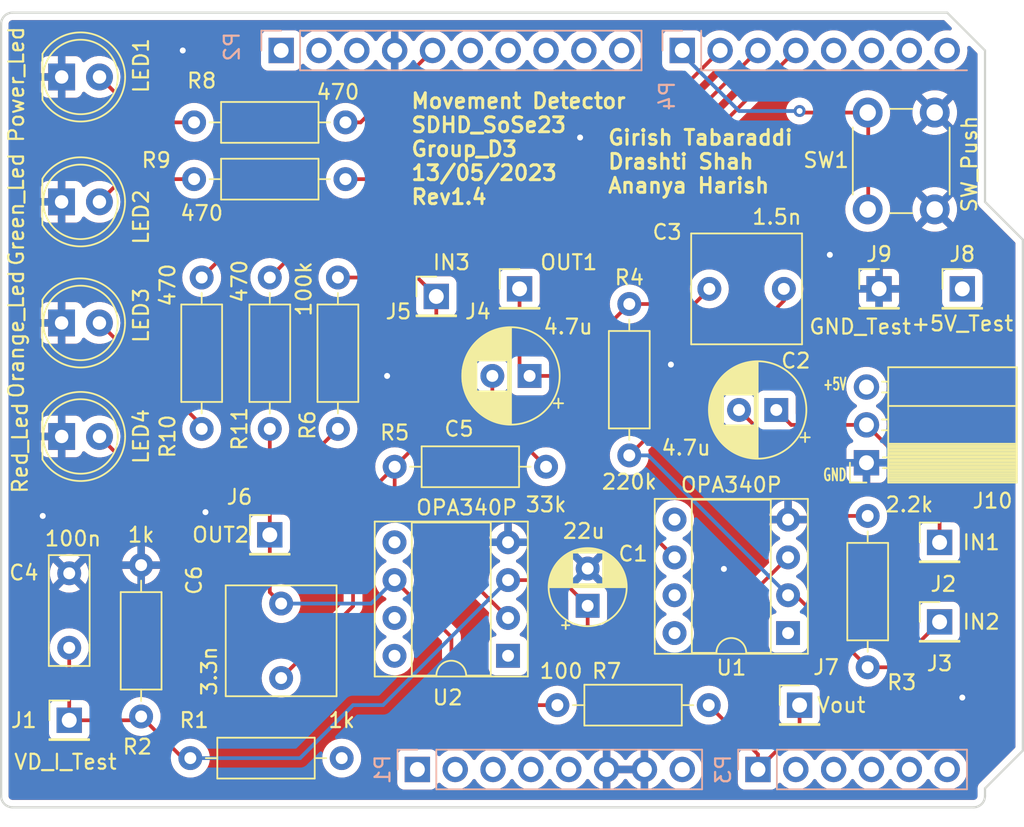
<source format=kicad_pcb>
(kicad_pcb (version 20221018) (generator pcbnew)
  (title_block (title "Movement Detector based on IPM-165 Radar Module") (date "2023-05-13") (rev "v 1.4") (company "HDA Student/Girish;Ananya;Drashti") (comment 1 "Group D3"))
  (layers (0 "F.Cu" signal) (1 "In1.Cu" power "Gnd") (2 "In2.Cu" power "Power") (31 "B.Cu" signal) (34 "B.Paste" user) (35 "F.Paste" user) (36 "B.SilkS" user "B.Silkscreen") (37 "F.SilkS" user "F.Silkscreen") (38 "B.Mask" user) (39 "F.Mask" user) (44 "Edge.Cuts" user))
  (net 0 "")
  (net 1 "GND")
  (net 2 "/VD_I")
  (net 3 "Vin")
  (net 4 "Net-(C2-Pad2)")
  (net 5 "Net-(J4-Pin_1)")
  (net 6 "Net-(J5-Pin_1)")
  (net 7 "Net-(C5-Pad2)")
  (net 8 "Net-(J6-Pin_1)")
  (net 9 "Net-(J3-Pin_1)")
  (net 10 "Vout")
  (net 11 "Net-(LED1-A)")
  (net 12 "Net-(LED2-A)")
  (net 13 "Net-(LED3-A)")
  (net 14 "Net-(LED4-A)")
  (net 16 "/VDDIO_Arduino{slash}2")
  (net 17 "/nReset{slash}2")
  (net 18 "/3.3V")
  (net 19 "+5V")
  (net 20 "/Vin{slash}2")
  (net 21 "/P6.0")
  (net 22 "/P6.1")
  (net 23 "USER_LED")
  (net 24 "/NC")
  (net 25 "/P6.6")
  (net 26 "/P6.5")
  (net 27 "/P6.4")
  (net 28 "/P12.5")
  (net 29 "/P12.4")
  (net 30 "/P15.4")
  (net 31 "/P6.3")
  (net 34 "SW_PUSH")
  (net 35 "LED_GREEN")
  (net 36 "LED_ORANGE")
  (net 37 "LED_RED")
  (net 38 "/P6.2")
  (net 39 "/P2.3")
  (net 40 "/P2.2")
  (net 41 "/P2.1")
  (net 48 "/P2.0")
  (footprint "Capacitor_THT:CP_Radial_D6.3mm_P2.50mm" (layer "F.Cu") (at 135.47238 71.044 180)
    (fp_text reference "C5" (at 4.73838 -3.556) (layer "F.SilkS"))
    (fp_text value "4.7u" (at -2.58 3.302) (layer "F.SilkS"))
    (pad "1" thru_hole rect (at 0 0 180) (size 1.6 1.6) (drill 0.8) (layers "*.Cu" "*.Mask") (net 5 "Net-(J4-Pin_1)"))
    (pad "2" thru_hole circle (at 2.5 0 180) (size 1.6 1.6) (drill 0.8) (layers "*.Cu" "*.Mask") (net 7 "Net-(C5-Pad2)"))
  )
  (footprint "Capacitor_THT:C_Rect_L7.2mm_W2.5mm_P5.00mm_FKS2_FKP2_MKS2_MKP2" (layer "F.Cu") (at 104.572 84.292 -90)
    (fp_text reference "C4" (at -0.04 3.048 -180) (layer "F.SilkS"))
    (fp_text value "100n" (at -2.326 -0.254) (layer "F.SilkS"))
    (pad "1" thru_hole circle (at 0 0 270) (size 1.6 1.6) (drill 0.8) (layers "*.Cu" "*.Mask") (net 1 "GND"))
    (pad "2" thru_hole circle (at 5 0 270) (size 1.6 1.6) (drill 0.8) (layers "*.Cu" "*.Mask") (net 2 "/VD_I"))
  )
  (footprint "Resistor_THT:R_Axial_DIN0207_L6.3mm_D2.5mm_P10.16mm_Horizontal" (layer "F.Cu") (at 142.164 76.378 90)
    (fp_text reference "R4" (at 11.938 0) (layer "F.SilkS"))
    (fp_text value "220k" (at -1.778 0) (layer "F.SilkS"))
    (pad "1" thru_hole circle (at 0 0 90) (size 1.6 1.6) (drill 0.8) (layers "*.Cu" "*.Mask") (net 9 "Net-(J3-Pin_1)"))
    (pad "2" thru_hole oval (at 10.16 0 90) (size 1.6 1.6) (drill 0.8) (layers "*.Cu" "*.Mask") (net 5 "Net-(J4-Pin_1)"))
  )
  (footprint "Resistor_THT:R_Axial_DIN0207_L6.3mm_D2.5mm_P10.16mm_Horizontal" (layer "F.Cu") (at 113.462 74.6 90)
    (fp_text reference "R10" (at -0.508 -2.286 270) (layer "F.SilkS"))
    (fp_text value "470" (at 9.652 -2.286 270) (layer "F.SilkS"))
    (pad "1" thru_hole circle (at 0 0 90) (size 1.6 1.6) (drill 0.8) (layers "*.Cu" "*.Mask") (net 13 "Net-(LED3-A)"))
    (pad "2" thru_hole oval (at 10.16 0 90) (size 1.6 1.6) (drill 0.8) (layers "*.Cu" "*.Mask") (net 36 "LED_ORANGE"))
  )
  (footprint "LED_THT:LED_D5.0mm" (layer "F.Cu") (at 104.064 50.978)
    (fp_text reference "LED1" (at 5.334 -0.762 90) (layer "F.SilkS"))
    (fp_text value "Power_Led" (at -3.043 0.508 90) (layer "F.SilkS"))
    (pad "1" thru_hole rect (at 0 0) (size 1.8 1.8) (drill 0.9) (layers "*.Cu" "*.Mask") (net 1 "GND"))
    (pad "2" thru_hole circle (at 2.54 0) (size 1.8 1.8) (drill 0.9) (layers "*.Cu" "*.Mask") (net 11 "Net-(LED1-A)"))
  )
  (footprint "Connector_PinHeader_2.54mm:PinHeader_1x01_P2.54mm_Vertical" (layer "F.Cu") (at 158.928 65.202)
    (fp_text reference "J9" (at 0 -2.33) (layer "F.SilkS"))
    (fp_text value "GND_Test" (at -1.27 2.54) (layer "F.SilkS"))
    (pad "1" thru_hole rect (at 0 0) (size 1.7 1.7) (drill 1) (layers "*.Cu" "*.Mask") (net 1 "GND"))
  )
  (footprint "Resistor_THT:R_Axial_DIN0207_L6.3mm_D2.5mm_P10.16mm_Horizontal" (layer "F.Cu") (at 112.954 54.026)
    (fp_text reference "R8" (at 0.508 -2.794) (layer "F.SilkS"))
    (fp_text value "470" (at 9.652 -2.032) (layer "F.SilkS"))
    (pad "1" thru_hole circle (at 0 0) (size 1.6 1.6) (drill 0.8) (layers "*.Cu" "*.Mask") (net 11 "Net-(LED1-A)"))
    (pad "2" thru_hole oval (at 10.16 0) (size 1.6 1.6) (drill 0.8) (layers "*.Cu" "*.Mask") (net 23 "USER_LED"))
  )
  (footprint "Connector_PinHeader_2.54mm:PinHeader_1x01_P2.54mm_Vertical" (layer "F.Cu") (at 134.798 65.202)
    (fp_text reference "J4" (at -2.794 1.524) (layer "F.SilkS"))
    (fp_text value "OUT1" (at 3.302 -1.778 180) (layer "F.SilkS"))
    (pad "1" thru_hole rect (at 0 0) (size 1.7 1.7) (drill 1) (layers "*.Cu" "*.Mask") (net 5 "Net-(J4-Pin_1)"))
  )
  (footprint "Connector_PinHeader_2.54mm:PinHeader_1x01_P2.54mm_Vertical" (layer "F.Cu") (at 118.034 81.712)
    (fp_text reference "J6" (at -2.032 -2.54 180) (layer "F.SilkS"))
    (fp_text value "OUT2" (at -3.302 0 180) (layer "F.SilkS"))
    (pad "1" thru_hole rect (at 0 0) (size 1.7 1.7) (drill 1) (layers "*.Cu" "*.Mask") (net 8 "Net-(J6-Pin_1)"))
  )
  (footprint "Resistor_THT:R_Axial_DIN0207_L6.3mm_D2.5mm_P10.16mm_Horizontal" (layer "F.Cu") (at 122.86 96.698 180)
    (fp_text reference "R1" (at 9.906 2.54 180) (layer "F.SilkS"))
    (fp_text value "1k" (at 0 2.54 180) (layer "F.SilkS"))
    (pad "1" thru_hole circle (at 0 0 180) (size 1.6 1.6) (drill 0.8) (layers "*.Cu" "*.Mask") (net 19 "+5V"))
    (pad "2" thru_hole oval (at 10.16 0 180) (size 1.6 1.6) (drill 0.8) (layers "*.Cu" "*.Mask") (net 2 "/VD_I"))
  )
  (footprint "Capacitor_THT:CP_Radial_D5.0mm_P2.50mm" (layer "F.Cu") (at 139.37 86.473113 90)
    (fp_text reference "C1" (at 3.491113 3.048 180) (layer "F.SilkS"))
    (fp_text value "22u" (at 5.015113 -0.254 180) (layer "F.SilkS"))
    (pad "1" thru_hole rect (at 0 0 90) (size 1.6 1.6) (drill 0.8) (layers "*.Cu" "*.Mask") (net 2 "/VD_I"))
    (pad "2" thru_hole circle (at 2.5 0 90) (size 1.6 1.6) (drill 0.8) (layers "*.Cu" "*.Mask") (net 1 "GND"))
  )
  (footprint "Package_DIP:DIP-8_W7.62mm_Socket" (layer "F.Cu") (at 134.026 89.83 180)
    (fp_text reference "U2" (at 4.054 -2.804) (layer "F.SilkS"))
    (fp_text value "OPA340P" (at 2.784 9.95) (layer "F.SilkS"))
    (pad "1" thru_hole rect (at 0 0 180) (size 1.6 1.6) (drill 0.8) (layers "*.Cu" "*.Mask"))
    (pad "2" thru_hole oval (at 0 2.54 180) (size 1.6 1.6) (drill 0.8) (layers "*.Cu" "*.Mask") (net 6 "Net-(J5-Pin_1)"))
    (pad "3" thru_hole oval (at 0 5.08 180) (size 1.6 1.6) (drill 0.8) (layers "*.Cu" "*.Mask") (net 2 "/VD_I"))
    (pad "4" thru_hole oval (at 0 7.62 180) (size 1.6 1.6) (drill 0.8) (layers "*.Cu" "*.Mask") (net 1 "GND"))
    (pad "5" thru_hole oval (at 7.62 7.62 180) (size 1.6 1.6) (drill 0.8) (layers "*.Cu" "*.Mask"))
    (pad "6" thru_hole oval (at 7.62 5.08 180) (size 1.6 1.6) (drill 0.8) (layers "*.Cu" "*.Mask") (net 8 "Net-(J6-Pin_1)"))
    (pad "7" thru_hole oval (at 7.62 2.54 180) (size 1.6 1.6) (drill 0.8) (layers "*.Cu" "*.Mask") (net 19 "+5V"))
    (pad "8" thru_hole oval (at 7.62 0 180) (size 1.6 1.6) (drill 0.8) (layers "*.Cu" "*.Mask"))
  )
  (footprint "Resistor_THT:R_Axial_DIN0207_L6.3mm_D2.5mm_P10.16mm_Horizontal" (layer "F.Cu") (at 122.606 64.44 -90)
    (fp_text reference "R6" (at 9.906 2.032 -90) (layer "F.SilkS"))
    (fp_text value "100k" (at 0.762 2.286 -90) (layer "F.SilkS"))
    (pad "1" thru_hole circle (at 0 0 270) (size 1.6 1.6) (drill 0.8) (layers "*.Cu" "*.Mask") (net 6 "Net-(J5-Pin_1)"))
    (pad "2" thru_hole oval (at 10.16 0 270) (size 1.6 1.6) (drill 0.8) (layers "*.Cu" "*.Mask") (net 8 "Net-(J6-Pin_1)"))
  )
  (footprint "Resistor_THT:R_Axial_DIN0207_L6.3mm_D2.5mm_P10.16mm_Horizontal" (layer "F.Cu") (at 158.166 80.442 -90)
    (fp_text reference "R3" (at 11.176 -2.286 -180) (layer "F.SilkS"))
    (fp_text value "2.2k" (at -0.762 -2.794 -180) (layer "F.SilkS"))
    (pad "1" thru_hole circle (at 0 0 270) (size 1.6 1.6) (drill 0.8) (layers "*.Cu" "*.Mask") (net 4 "Net-(C2-Pad2)"))
    (pad "2" thru_hole oval (at 10.16 0 270) (size 1.6 1.6) (drill 0.8) (layers "*.Cu" "*.Mask") (net 9 "Net-(J3-Pin_1)"))
  )
  (footprint "Capacitor_THT:C_Rect_L7.2mm_W7.2mm_P5.00mm_FKS2_FKP2_MKS2_MKP2" (layer "F.Cu") (at 152.538 65.202 180)
    (fp_text reference "C3" (at 7.834 3.81) (layer "F.SilkS"))
    (fp_text value "1.5n" (at 0.468 4.826) (layer "F.SilkS"))
    (pad "1" thru_hole circle (at 0 0 180) (size 1.6 1.6) (drill 0.8) (layers "*.Cu" "*.Mask") (net 9 "Net-(J3-Pin_1)"))
    (pad "2" thru_hole circle (at 5 0 180) (size 1.6 1.6) (drill 0.8) (layers "*.Cu" "*.Mask") (net 5 "Net-(J4-Pin_1)"))
  )
  (footprint "Resistor_THT:R_Axial_DIN0207_L6.3mm_D2.5mm_P10.16mm_Horizontal" (layer "F.Cu") (at 137.338 93.142)
    (fp_text reference "R7" (at 3.302 -2.286) (layer "F.SilkS"))
    (fp_text value "100" (at 0.254 -2.286) (layer "F.SilkS"))
    (pad "1" thru_hole circle (at 0 0) (size 1.6 1.6) (drill 0.8) (layers "*.Cu" "*.Mask") (net 8 "Net-(J6-Pin_1)"))
    (pad "2" thru_hole oval (at 10.16 0) (size 1.6 1.6) (drill 0.8) (layers "*.Cu" "*.Mask") (net 10 "Vout"))
  )
  (footprint "LED_THT:LED_D5.0mm" (layer "F.Cu") (at 104.059 67.488)
    (fp_text reference "LED3" (at 5.339 -0.508 90) (layer "F.SilkS"))
    (fp_text value "Orange_Led" (at -3.043 0.762 90) (layer "F.SilkS"))
    (pad "1" thru_hole rect (at 0 0) (size 1.8 1.8) (drill 0.9) (layers "*.Cu" "*.Mask") (net 1 "GND"))
    (pad "2" thru_hole circle (at 2.54 0) (size 1.8 1.8) (drill 0.9) (layers "*.Cu" "*.Mask") (net 13 "Net-(LED3-A)"))
  )
  (footprint "3PinConnector:PinSocket_1x03_P2.54mm_Horizontal_NEW" (layer "F.Cu") (at 158.084 76.871 180)
    (fp_text reference "J10" (at -8.464 -2.555 180) (layer "F.SilkS"))
    (fp_text value "Conn_01x03_Socket")
    (pad "1" thru_hole oval (at 0 5.08 180) (size 1.7 1.7) (drill 1) (layers "*.Cu" "*.Mask") (net 19 "+5V"))
    (pad "2" thru_hole oval (at 0 2.54 180) (size 1.7 1.7) (drill 1) (layers "*.Cu" "*.Mask") (net 3 "Vin"))
    (pad "3" thru_hole rect (at 0 0 180) (size 1.7 1.7) (drill 1) (layers "*.Cu" "*.Mask") (net 1 "GND"))
  )
  (footprint "Capacitor_THT:CP_Radial_D6.3mm_P2.50mm" (layer "F.Cu") (at 152.03 73.33 180)
    (fp_text reference "C2" (at -1.31 3.302) (layer "F.SilkS"))
    (fp_text value "4.7u" (at 6.056 -2.54) (layer "F.SilkS"))
    (pad "1" thru_hole rect (at 0 0 180) (size 1.6 1.6) (drill 0.8) (layers "*.Cu" "*.Mask") (net 3 "Vin"))
    (pad "2" thru_hole circle (at 2.5 0 180) (size 1.6 1.6) (drill 0.8) (layers "*.Cu" "*.Mask") (net 4 "Net-(C2-Pad2)"))
  )
  (footprint "Connector_PinHeader_2.54mm:PinHeader_1x01_P2.54mm_Vertical" (layer "F.Cu") (at 162.992 87.554)
    (fp_text reference "J3" (at 0 2.794) (layer "F.SilkS"))
    (fp_text value "IN2" (at 2.794 0 180) (layer "F.SilkS"))
    (pad "1" thru_hole rect (at 0 0) (size 1.7 1.7) (drill 1) (layers "*.Cu" "*.Mask") (net 9 "Net-(J3-Pin_1)"))
  )
  (footprint "Button_Switch_THT:SW_PUSH_6mm_H7.3mm" (layer "F.Cu") (at 162.666 53.368 -90)
    (fp_text reference "SW1" (at 3.198 7.294 -180) (layer "F.SilkS"))
    (fp_text value "SW_Push" (at 3.452 -2.322 90) (layer "F.SilkS"))
    (pad "1" thru_hole circle (at 0 0) (size 2 2) (drill 1.1) (layers "*.Cu" "*.Mask") (net 1 "GND"))
    (pad "1" thru_hole circle (at 6.5 0) (size 2 2) (drill 1.1) (layers "*.Cu" "*.Mask") (net 1 "GND"))
    (pad "2" thru_hole circle (at 0 4.5) (size 2 2) (drill 1.1) (layers "*.Cu" "*.Mask") (net 34 "SW_PUSH"))
    (pad "2" thru_hole circle (at 6.5 4.5) (size 2 2) (drill 1.1) (layers "*.Cu" "*.Mask") (net 34 "SW_PUSH"))
  )
  (footprint "Connector_PinHeader_2.54mm:PinHeader_1x01_P2.54mm_Vertical" (layer "F.Cu") (at 162.992 82.22)
    (fp_text reference "J2" (at 0.254 2.794) (layer "F.SilkS"))
    (fp_text value "IN1" (at 2.794 0 180) (layer "F.SilkS"))
    (pad "1" thru_hole rect (at 0 0) (size 1.7 1.7) (drill 1) (layers "*.Cu" "*.Mask") (net 3 "Vin"))
  )
  (footprint "Resistor_THT:R_Axial_DIN0207_L6.3mm_D2.5mm_P10.16mm_Horizontal" (layer "F.Cu") (at 136.576 77.14 180)
    (fp_text reference "R5" (at 10.16 2.286 180) (layer "F.SilkS"))
    (fp_text value "33k" (at 0 -2.54 180) (layer "F.SilkS"))
    (pad "1" thru_hole circle (at 0 0 180) (size 1.6 1.6) (drill 0.8) (layers "*.Cu" "*.Mask") (net 7 "Net-(C5-Pad2)"))
    (pad "2" thru_hole oval (at 10.16 0 180) (size 1.6 1.6) (drill 0.8) (layers "*.Cu" "*.Mask") (net 6 "Net-(J5-Pin_1)"))
  )
  (footprint "Package_DIP:DIP-8_W7.62mm_Socket" (layer "F.Cu") (at 152.822 88.306 180)
    (fp_text reference "U1" (at 3.81 -2.33) (layer "F.SilkS"))
    (fp_text value "OPA340P" (at 3.81 9.95) (layer "F.SilkS"))
    (pad "1" thru_hole rect (at 0 0 180) (size 1.6 1.6) (drill 0.8) (layers "*.Cu" "*.Mask"))
    (pad "2" thru_hole oval (at 0 2.54 180) (size 1.6 1.6) (drill 0.8) (layers "*.Cu" "*.Mask") (net 9 "Net-(J3-Pin_1)"))
    (pad "3" thru_hole oval (at 0 5.08 180) (size 1.6 1.6) (drill 0.8) (layers "*.Cu" "*.Mask") (net 2 "/VD_I"))
    (pad "4" thru_hole oval (at 0 7.62 180) (size 1.6 1.6) (drill 0.8) (layers "*.Cu" "*.Mask") (net 1 "GND"))
    (pad "5" thru_hole oval (at 7.62 7.62 180) (size 1.6 1.6) (drill 0.8) (layers "*.Cu" "*.Mask"))
    (pad "6" thru_hole oval (at 7.62 5.08 180) (size 1.6 1.6) (drill 0.8) (layers "*.Cu" "*.Mask") (net 5 "Net-(J4-Pin_1)"))
    (pad "7" thru_hole oval (at 7.62 2.54 180) (size 1.6 1.6) (drill 0.8) (layers "*.Cu" "*.Mask") (net 19 "+5V"))
    (pad "8" thru_hole oval (at 7.62 0 180) (size 1.6 1.6) (drill 0.8) (layers "*.Cu" "*.Mask"))
  )
  (footprint "Connector_PinHeader_2.54mm:PinHeader_1x01_P2.54mm_Vertical" (layer "F.Cu") (at 129.21 65.71)
    (fp_text reference "J5" (at -2.54 1.016 180) (layer "F.SilkS"))
    (fp_text value "IN3" (at 1.016 -2.286) (layer "F.SilkS"))
    (pad "1" thru_hole rect (at 0 0) (size 1.7 1.7) (drill 1) (layers "*.Cu" "*.Mask") (net 6 "Net-(J5-Pin_1)"))
  )
  (footprint "Connector_PinHeader_2.54mm:PinHeader_1x01_P2.54mm_Vertical" (layer "F.Cu") (at 153.594 93.142)
    (fp_text reference "J7" (at 1.778 -2.54 180) (layer "F.SilkS"))
    (fp_text value "Vout" (at 2.794 0) (layer "F.SilkS"))
    (pad "1" thru_hole rect (at 0 0) (size 1.7 1.7) (drill 1) (layers "*.Cu" "*.Mask") (net 10 "Vout"))
  )
  (footprint "Resistor_THT:R_Axial_DIN0207_L6.3mm_D2.5mm_P10.16mm_Horizontal" (layer "F.Cu") (at 109.398 93.904 90)
    (fp_text reference "R2" (at -2.032 -0.254 180) (layer "F.SilkS"))
    (fp_text value "1k" (at 12.192 0 180) (layer "F.SilkS"))
    (pad "1" thru_hole circle (at 0 0 90) (size 1.6 1.6) (drill 0.8) (layers "*.Cu" "*.Mask") (net 2 "/VD_I"))
    (pad "2" thru_hole oval (at 10.16 0 90) (size 1.6 1.6) (drill 0.8) (layers "*.Cu" "*.Mask") (net 1 "GND"))
  )
  (footprint "Connector_PinHeader_2.54mm:PinHeader_1x01_P2.54mm_Vertical" (layer "F.Cu") (at 104.572 94.158)
    (fp_text reference "J1" (at -3.048 0) (layer "F.SilkS"))
    (fp_text value "VD_I_Test" (at -0.254 2.794) (layer "F.SilkS"))
    (pad "1" thru_hole rect (at 0 0) (size 1.7 1.7) (drill 1) (layers "*.Cu" "*.Mask") (net 2 "/VD_I"))
  )
  (footprint "Resistor_THT:R_Axial_DIN0207_L6.3mm_D2.5mm_P10.16mm_Horizontal" (layer "F.Cu") (at 118.034 74.6 90)
    (fp_text reference "R11" (at 0 -2.032 270) (layer "F.SilkS"))
    (fp_text value "470" (at 9.906 -2.032 90) (layer "F.SilkS"))
    (pad "1" thru_hole circle (at 0 0 90) (size 1.6 1.6) (drill 0.8) (layers "*.Cu" "*.Mask") (net 14 "Net-(LED4-A)"))
    (pad "2" thru_hole oval (at 10.16 0 90) (size 1.6 1.6) (drill 0.8) (layers "*.Cu" "*.Mask") (net 37 "LED_RED"))
  )
  (footprint "LED_THT:LED_D5.0mm" (layer "F.Cu") (at 104.064 75.108)
    (fp_text reference "LED4" (at 5.334 0 90) (layer "F.SilkS"))
    (fp_text value "Red_Led" (at -2.794 0.762 90) (layer "F.SilkS"))
    (pad "1" thru_hole rect (at 0 0) (size 1.8 1.8) (drill 0.9) (layers "*.Cu" "*.Mask") (net 1 "GND"))
    (pad "2" thru_hole circle (at 2.54 0) (size 1.8 1.8) (drill 0.9) (layers "*.Cu" "*.Mask") (net 14 "Net-(LED4-A)"))
  )
  (footprint "Resistor_THT:R_Axial_DIN0207_L6.3mm_D2.5mm_P10.16mm_Horizontal" (layer "F.Cu") (at 112.954 57.836)
    (fp_text reference "R9" (at -2.54 -1.27) (layer "F.SilkS"))
    (fp_text value "470" (at 0.508 2.286) (layer "F.SilkS"))
    (pad "1" thru_hole circle (at 0 0) (size 1.6 1.6) (drill 0.8) (layers "*.Cu" "*.Mask") (net 12 "Net-(LED2-A)"))
    (pad "2" thru_hole oval (at 10.16 0) (size 1.6 1.6) (drill 0.8) (layers "*.Cu" "*.Mask") (net 35 "LED_GREEN"))
  )
  (footprint "Connector_PinHeader_2.54mm:PinHeader_1x01_P2.54mm_Vertical" (layer "F.Cu") (at 164.516 65.202)
    (fp_text reference "J8" (at 0 -2.33) (layer "F.SilkS"))
    (fp_text value "+5V_Test" (at 0 2.33) (layer "F.SilkS"))
    (pad "1" thru_hole rect (at 0 0) (size 1.7 1.7) (drill 1) (layers "*.Cu" "*.Mask") (net 19 "+5V"))
  )
  (footprint "Capacitor_THT:C_Rect_L7.2mm_W7.2mm_P5.00mm_FKS2_FKP2_MKS2_MKP2" (layer "F.Cu") (at 118.796 91.324 90)
    (fp_text reference "C6" (at 6.564 -5.842 90) (layer "F.SilkS"))
    (fp_text value "3.3n" (at 0.468 -4.826 90) (layer "F.SilkS"))
    (pad "1" thru_hole circle (at 0 0 90) (size 1.6 1.6) (drill 0.8) (layers "*.Cu" "*.Mask") (net 6 "Net-(J5-Pin_1)"))
    (pad "2" thru_hole circle (at 5 0 90) (size 1.6 1.6) (drill 0.8) (layers "*.Cu" "*.Mask") (net 8 "Net-(J6-Pin_1)"))
  )
  (footprint "LED_THT:LED_D5.0mm" (layer "F.Cu") (at 104.059 59.36)
    (fp_text reference "LED2" (at 5.339 1.016 90) (layer "F.SilkS"))
    (fp_text value "Green_Led" (at -3.043 0.508 90) (layer "F.SilkS"))
    (pad "1" thru_hole rect (at 0 0) (size 1.8 1.8) (drill 0.9) (layers "*.Cu" "*.Mask") (net 1 "GND"))
    (pad "2" thru_hole circle (at 2.54 0) (size 1.8 1.8) (drill 0.9) (layers "*.Cu" "*.Mask") (net 12 "Net-(LED2-A)"))
  )
  (footprint "Connector_PinHeader_2.54mm:PinHeader_1x08_P2.54mm_Vertical" (layer "B.Cu") (at 127.94 97.46 -90)
    (fp_text reference "P1" (at 0 2.33 90) (layer "B.SilkS") (effects (justify mirror)))
    (fp_text value "Power")
    (pad "1" thru_hole rect locked (at 0 0 270) (size 1.7 1.7) (drill 1) (layers "*.Cu" "*.Mask"))
    (pad "2" thru_hole oval locked (at 0 -2.54 270) (size 1.7 1.7) (drill 1) (layers "*.Cu" "*.Mask") (net 16 "/VDDIO_Arduino{slash}2"))
    (pad "3" thru_hole oval locked (at 0 -5.08 270) (size 1.7 1.7) (drill 1) (layers "*.Cu" "*.Mask") (net 17 "/nReset{slash}2"))
    (pad "4" thru_hole oval locked (at 0 -7.62 270) (size 1.7 1.7) (drill 1) (layers "*.Cu" "*.Mask") (net 18 "/3.3V"))
    (pad "5" thru_hole oval locked (at 0 -10.16 270) (size 1.7 1.7) (drill 1) (layers "*.Cu" "*.Mask") (net 19 "+5V"))
    (pad "6" thru_hole oval locked (at 0 -12.7 270) (size 1.7 1.7) (drill 1) (layers "*.Cu" "*.Mask") (net 1 "GND"))
    (pad "7" thru_hole oval locked (at 0 -15.24 270) (size 1.7 1.7) (drill 1) (layers "*.Cu" "*.Mask") (net 1 "GND"))
    (pad "8" thru_hole oval locked (at 0 -17.78 270) (size 1.7 1.7) (drill 1) (layers "*.Cu" "*.Mask") (net 20 "/Vin{slash}2"))
  )
  (footprint "Connector_PinHeader_2.54mm:PinHeader_1x06_P2.54mm_Vertical" (layer "B.Cu") (at 150.8 97.46 -90)
    (fp_text reference "P3" (at 0 2.33 90) (layer "B.SilkS") (effects (justify mirror)))
    (fp_text value "Analog")
    (pad "1" thru_hole rect locked (at 0 0 270) (size 1.7 1.7) (drill 1) (layers "*.Cu" "*.Mask") (net 10 "Vout"))
    (pad "2" thru_hole oval locked (at 0 -2.54 270) (size 1.7 1.7) (drill 1) (layers "*.Cu" "*.Mask") (net 30 "/P15.4"))
    (pad "3" thru_hole oval locked (at 0 -5.08 270) (size 1.7 1.7) (drill 1) (layers "*.Cu" "*.Mask") (net 31 "/P6.3"))
    (pad "4" thru_hole oval locked (at 0 -7.62 270) (size 1.7 1.7) (drill 1) (layers "*.Cu" "*.Mask") (net 38 "/P6.2"))
    (pad "5" thru_hole oval locked (at 0 -10.16 270) (size 1.7 1.7) (drill 1) (layers "*.Cu" "*.Mask"))
    (pad "6" thru_hole oval locked (at 0 -12.7 270) (size 1.7 1.7) (drill 1) (layers "*.Cu" "*.Mask"))
  )
  (footprint "Connector_PinHeader_2.54mm:PinHeader_1x10_P2.54mm_Vertical" (layer "B.Cu") (at 118.796 49.2 -90)
    (fp_text reference "P2" (at -0.254 3.302 90) (layer "B.SilkS") (effects (justify mirror)))
    (fp_text value "Digital/PWM")
    (pad "1" thru_hole rect locked (at 0 0 270) (size 1.7 1.7) (drill 1) (layers "*.Cu" "*.Mask") (net 21 "/P6.0"))
    (pad "2" thru_hole oval locked (at 0 -2.54 270) (size 1.7 1.7) (drill 1) (layers "*.Cu" "*.Mask") (net 22 "/P6.1"))
    (pad "3" thru_hole oval locked (at 0 -5.08 270) (size 1.7 1.7) (drill 1) (layers "*.Cu" "*.Mask") (net 24 "/NC"))
    (pad "4" thru_hole oval locked (at 0 -7.62 270) (size 1.7 1.7) (drill 1) (layers "*.Cu" "*.Mask") (net 1 "GND"))
    (pad "5" thru_hole oval locked (at 0 -10.16 270) (size 1.7 1.7) (drill 1) (layers "*.Cu" "*.Mask") (net 23 "USER_LED"))
    (pad "6" thru_hole oval locked (at 0 -12.7 270) (size 1.7 1.7) (drill 1) (layers "*.Cu" "*.Mask") (net 25 "/P6.6"))
    (pad "7" thru_hole oval locked (at 0 -15.24 270) (size 1.7 1.7) (drill 1) (layers "*.Cu" "*.Mask") (net 26 "/P6.5"))
    (pad "8" thru_hole oval locked (at 0 -17.78 270) (size 1.7 1.7) (drill 1) (layers "*.Cu" "*.Mask") (net 27 "/P6.4"))
    (pad "9" thru_hole oval locked (at 0 -20.32 270) (size 1.7 1.7) (drill 1) (layers "*.Cu" "*.Mask") (net 28 "/P12.5"))
    (pad "10" thru_hole oval locked (at 0 -22.86 270) (size 1.7 1.7) (drill 1) (layers "*.Cu" "*.Mask") (net 29 "/P12.4"))
  )
  (footprint "Library:PinHeader_1x08_P2.54mm_Vertical_New" (layer "B.Cu") (at 145.72 49.2 -90)
    (fp_text reference "P4" (at 3.048 1.016 90) (layer "B.SilkS") (effects (justify mirror)))
    (fp_text value "Digital/PWM" hide)
    (pad "1" thru_hole rect locked (at 0 0 270) (size 1.7 1.7) (drill 1) (layers "*.Cu" "*.Mask") (net 34 "SW_PUSH"))
    (pad "2" thru_hole oval locked (at 0 -2.54 270) (size 1.7 1.7) (drill 1) (layers "*.Cu" "*.Mask") (net 35 "LED_GREEN"))
    (pad "3" thru_hole oval locked (at 0 -5.08 270) (size 1.7 1.7) (drill 1) (layers "*.Cu" "*.Mask") (net 36 "LED_ORANGE"))
    (pad "4" thru_hole oval locked (at 0 -7.62 270) (size 1.7 1.7) (drill 1) (layers "*.Cu" "*.Mask") (net 37 "LED_RED"))
    (pad "5" thru_hole oval locked (at 0 -10.16 270) (size 1.7 1.7) (drill 1) (layers "*.Cu" "*.Mask") (net 39 "/P2.3"))
    (pad "6" thru_hole oval locked (at 0 -12.7 270) (size 1.7 1.7) (drill 1) (layers "*.Cu" "*.Mask") (net 40 "/P2.2"))
    (pad "7" thru_hole oval locked (at 0 -15.24 270) (size 1.7 1.7) (drill 1) (layers "*.Cu" "*.Mask") (net 41 "/P2.1"))
    (pad "8" thru_hole oval locked (at 0 -17.78 270) (size 1.7 1.7) (drill 1) (layers "*.Cu" "*.Mask") (net 48 "/P2.0"))
  )
  (gr_line (start 166.04 59.36) (end 168.58 61.9) (stroke (width 0.15)) (layer "Edge.Cuts"))
  (gr_line (start 100 99.238) (end 100 47.422) (stroke (width 0.15)) (layer "Edge.Cuts"))
  (gr_line (start 168.58 61.9) (end 168.58 96.19) (stroke (width 0.15)) (layer "Edge.Cuts"))
  (gr_line (start 165.278 100) (end 100.762 100) (stroke (width 0.15)) (layer "Edge.Cuts"))
  (gr_line (start 100.762 46.66) (end 163.5 46.66) (stroke (width 0.15)) (layer "Edge.Cuts"))
  (gr_arc (start 100.762 100) (mid 100.223185 99.776815) (end 100 99.238) (stroke (width 0.15)) (layer "Edge.Cuts"))
  (gr_line (start 168.58 96.19) (end 166.04 98.73) (stroke (width 0.15)) (layer "Edge.Cuts"))
  (gr_line (start 163.5 46.66) (end 166.04 49.2) (stroke (width 0.15)) (layer "Edge.Cuts"))
  (gr_arc (start 166.04 99.238) (mid 165.816815 99.776815) (end 165.278 100) (stroke (width 0.15)) (layer "Edge.Cuts"))
  (gr_line (start 166.04 49.2) (end 166.04 59.36) (stroke (width 0.15)) (layer "Edge.Cuts"))
  (gr_line (start 166.04 98.73) (end 166.04 99.238) (stroke (width 0.15)) (layer "Edge.Cuts"))
  (gr_arc (start 100 47.422) (mid 100.223185 46.883185) (end 100.762 46.66) (stroke (width 0.15)) (layer "Edge.Cuts"))
  (gr_text "Movement Detector\nSDHD_SoSe23\nGroup_D3\n13/05/2023\nRev1.4" (at 127.432 59.614) (layer "F.SilkS") (effects (font (size 1 1) (thickness 0.2) bold) (justify left bottom)))
  (gr_text "Girish Tabaraddi\nDrashti Shah\nAnanya Harish" (at 140.64 58.852) (layer "F.SilkS") (effects (font (size 1 1) (thickness 0.2) bold) (justify left bottom)))
  (gr_text "GND" (at 155.118 78.156) (layer "F.SilkS") (effects (font (size 0.8 0.5) (thickness 0.125) bold) (justify left bottom)))
  (gr_text "+5V" (at 155.118 72.06) (layer "F.SilkS") (effects (font (size 0.8 0.5) (thickness 0.125) bold) (justify left bottom)))
  (via (at 113.716 80.188) (size 0.8) (drill 0.4) (layers "F.Cu" "B.Cu") (net 1))
  (via (at 112.192 49.2) (size 0.8) (drill 0.4) (layers "F.Cu" "B.Cu") (net 1))
  (via (at 102.794 80.442) (size 0.8) (drill 0.4) (layers "F.Cu" "B.Cu") (net 1))
  (via (at 125.908 71.044) (size 0.8) (drill 0.4) (layers "F.Cu" "B.Cu") (net 1))
  (via (at 138.862 55.042) (size 0.8) (drill 0.4) (layers "F.Cu" "B.Cu") (net 1))
  (via (at 144.958 70.282) (size 0.8) (drill 0.4) (layers "F.Cu" "B.Cu") (net 1))
  (via (at 155.626 62.916) (size 0.8) (drill 0.4) (layers "F.Cu" "B.Cu") (net 1))
  (via (at 148.514 83.998) (size 0.8) (drill 0.4) (layers "F.Cu" "B.Cu") (net 1))
  (via (at 164.516 92.634) (size 0.8) (drill 0.4) (layers "F.Cu" "B.Cu") (net 1))
  (segment (start 139.37 86.473113) (end 139.37 87.808) (width 0.25) (layer "F.Cu") (net 2))
  (segment (start 109.398 93.904) (end 112.192 96.698) (width 0.25) (layer "F.Cu") (net 2))
  (segment (start 141.91 90.348) (end 145.7 90.348) (width 0.25) (layer "F.Cu") (net 2))
  (segment (start 112.192 96.698) (end 112.7 96.698) (width 0.25) (layer "F.Cu") (net 2))
  (segment (start 139.37 87.808) (end 141.91 90.348) (width 0.25) (layer "F.Cu") (net 2))
  (segment (start 134.026 84.75) (end 137.646887 84.75) (width 0.25) (layer "F.Cu") (net 2))
  (segment (start 104.572 94.158) (end 109.144 94.158) (width 0.25) (layer "F.Cu") (net 2))
  (segment (start 104.572 89.292) (end 104.572 94.158) (width 0.25) (layer "F.Cu") (net 2))
  (segment (start 109.144 94.158) (end 109.398 93.904) (width 0.25) (layer "F.Cu") (net 2))
  (segment (start 145.7 90.348) (end 152.822 83.226) (width 0.25) (layer "F.Cu") (net 2))
  (segment (start 137.646887 84.75) (end 139.37 86.473113) (width 0.25) (layer "F.Cu") (net 2))
  (segment (start 125.634 93.142) (end 123.622 93.142) (width 0.25) (layer "B.Cu") (net 2))
  (segment (start 120.066 96.698) (end 112.7 96.698) (width 0.25) (layer "B.Cu") (net 2))
  (segment (start 123.622 93.142) (end 120.066 96.698) (width 0.25) (layer "B.Cu") (net 2))
  (segment (start 134.026 84.75) (end 125.634 93.142) (width 0.25) (layer "B.Cu") (net 2))
  (segment (start 158.084 74.331) (end 162.992 79.239) (width 0.25) (layer "F.Cu") (net 3))
  (segment (start 158.084 74.331) (end 153.031 74.331) (width 0.25) (layer "F.Cu") (net 3))
  (segment (start 162.992 79.239) (end 162.992 82.22) (width 0.25) (layer "F.Cu") (net 3))
  (segment (start 153.031 74.331) (end 152.03 73.33) (width 0.25) (layer "F.Cu") (net 3))
  (segment (start 156.642 80.442) (end 158.166 80.442) (width 0.25) (layer "F.Cu") (net 4))
  (segment (start 149.53 73.33) (end 156.642 80.442) (width 0.25) (layer "F.Cu") (net 4))
  (segment (start 135.47238 71.044) (end 137.338 71.044) (width 0.25) (layer "F.Cu") (net 5))
  (segment (start 134.798 70.36962) (end 135.47238 71.044) (width 0.25) (layer "F.Cu") (net 5))
  (segment (start 134.798 65.202) (end 134.798 70.36962) (width 0.25) (layer "F.Cu") (net 5))
  (segment (start 138.989 69.393) (end 142.164 66.218) (width 0.25) (layer "F.Cu") (net 5))
  (segment (start 142.164 66.218) (end 146.522 66.218) (width 0.25) (layer "F.Cu") (net 5))
  (segment (start 146.522 66.218) (end 147.538 65.202) (width 0.25) (layer "F.Cu") (net 5))
  (segment (start 145.202 83.226) (end 138.989 77.013) (width 0.25) (layer "F.Cu") (net 5))
  (segment (start 137.338 71.044) (end 138.989 69.393) (width 0.25) (layer "F.Cu") (net 5))
  (segment (start 138.989 77.013) (end 138.989 69.393) (width 0.25) (layer "F.Cu") (net 5))
  (segment (start 122.606 64.44) (end 127.94 64.44) (width 0.25) (layer "F.Cu") (net 6))
  (segment (start 129.21 74.346) (end 126.416 77.14) (width 0.25) (layer "F.Cu") (net 6))
  (segment (start 126.416 79.68) (end 126.416 77.14) (width 0.25) (layer "F.Cu") (net 6))
  (segment (start 123.622 86.498) (end 123.622 79.934) (width 0.25) (layer "F.Cu") (net 6))
  (segment (start 127.94 64.44) (end 129.21 65.71) (width 0.25) (layer "F.Cu") (net 6))
  (segment (start 118.796 91.324) (end 123.622 86.498) (width 0.25) (layer "F.Cu") (net 6))
  (segment (start 129.21 65.71) (end 129.21 74.346) (width 0.25) (layer "F.Cu") (net 6))
  (segment (start 134.026 87.29) (end 126.416 79.68) (width 0.25) (layer "F.Cu") (net 6))
  (segment (start 123.622 79.934) (end 126.416 77.14) (width 0.25) (layer "F.Cu") (net 6))
  (segment (start 132.97238 73.53638) (end 136.576 77.14) (width 0.25) (layer "F.Cu") (net 7))
  (segment (start 132.97238 71.044) (end 132.97238 73.53638) (width 0.25) (layer "F.Cu") (net 7))
  (segment (start 126.406 84.75) (end 130.226 88.57) (width 0.25) (layer "F.Cu") (net 8))
  (segment (start 118.034 85.562) (end 118.796 86.324) (width 0.25) (layer "F.Cu") (net 8))
  (segment (start 130.226 89.84) (end 133.528 93.142) (width 0.25) (layer "F.Cu") (net 8))
  (segment (start 118.034 81.712) (end 118.034 85.562) (width 0.25) (layer "F.Cu") (net 8))
  (segment (start 130.226 88.57) (end 130.226 89.84) (width 0.25) (layer "F.Cu") (net 8))
  (segment (start 133.528 93.142) (end 137.338 93.142) (width 0.25) (layer "F.Cu") (net 8))
  (segment (start 118.034 81.712) (end 118.034 79.172) (width 0.25) (layer "F.Cu") (net 8))
  (segment (start 118.034 79.172) (end 122.606 74.6) (width 0.25) (layer "F.Cu") (net 8))
  (segment (start 118.796 86.324) (end 124.832 86.324) (width 0.25) (layer "B.Cu") (net 8))
  (segment (start 124.832 86.324) (end 126.406 84.75) (width 0.25) (layer "B.Cu") (net 8))
  (segment (start 158.166 90.602) (end 153.33 85.766) (width 0.25) (layer "F.Cu") (net 9))
  (segment (start 142.164 76.378) (end 152.538 66.004) (width 0.25) (layer "F.Cu") (net 9))
  (segment (start 159.944 90.602) (end 162.992 87.554) (width 0.25) (layer "F.Cu") (net 9))
  (segment (start 153.33 85.766) (end 152.822 85.766) (width 0.25) (layer "F.Cu") (net 9))
  (segment (start 158.166 90.602) (end 159.944 90.602) (width 0.25) (layer "F.Cu") (net 9))
  (segment (start 152.538 66.004) (end 152.538 65.202) (width 0.25) (layer "F.Cu") (net 9))
  (segment (start 143.434 76.378) (end 142.164 76.378) (width 0.25) (layer "B.Cu") (net 9))
  (segment (start 152.822 85.766) (end 143.434 76.378) (width 0.25) (layer "B.Cu") (net 9))
  (segment (start 150.8 96.444) (end 150.8 97.46) (width 0.25) (layer "F.Cu") (net 10))
  (segment (start 153.594 94.666) (end 150.8 97.46) (width 0.25) (layer "F.Cu") (net 10))
  (segment (start 147.498 93.142) (end 150.8 96.444) (width 0.25) (layer "F.Cu") (net 10))
  (segment (start 153.594 93.142) (end 153.594 94.666) (width 0.25) (layer "F.Cu") (net 10))
  (segment (start 109.652 54.026) (end 112.954 54.026) (width 0.25) (layer "F.Cu") (net 11))
  (segment (start 106.604 50.978) (end 109.652 54.026) (width 0.25) (layer "F.Cu") (net 11))
  (segment (start 106.599 59.36) (end 108.123 57.836) (width 0.25) (layer "F.Cu") (net 12))
  (segment (start 108.123 57.836) (end 112.954 57.836) (width 0.25) (layer "F.Cu") (net 12))
  (segment (start 106.599 67.488) (end 113.462 74.351) (width 0.25) (layer "F.Cu") (net 13))
  (segment (start 113.462 74.351) (end 113.462 74.6) (width 0.25) (layer "F.Cu") (net 13))
  (segment (start 106.604 75.108) (end 109.144 77.648) (width 0.25) (layer "F.Cu") (net 14))
  (segment (start 118.034 76.632) (end 118.034 74.6) (width 0.25) (layer "F.Cu") (net 14))
  (segment (start 109.144 77.648) (end 117.018 77.648) (width 0.25) (layer "F.Cu") (net 14))
  (segment (start 117.018 77.648) (end 118.034 76.632) (width 0.25) (layer "F.Cu") (net 14))
  (segment (start 123.114 54.026) (end 124.13 54.026) (width 0.25) (layer "F.Cu") (net 23))
  (segment (start 124.13 54.026) (end 128.956 49.2) (width 0.25) (layer "F.Cu") (net 23))
  (segment (start 153.698 53.368) (end 153.594 53.264) (width 0.25) (layer "F.Cu") (net 34))
  (segment (start 158.202 53.368) (end 153.698 53.368) (width 0.25) (layer "F.Cu") (net 34))
  (segment (start 158.202 59.868) (end 158.202 53.368) (width 0.25) (layer "F.Cu") (net 34))
  (via (at 153.594 53.264) (size 0.8) (drill 0.4) (layers "F.Cu" "B.Cu") (net 34))
  (segment (start 153.594 53.264) (end 149.53 53.264) (width 0.25) (layer "B.Cu") (net 34))
  (segment (start 149.53 53.264) (end 145.466 49.2) (width 0.25) (layer "B.Cu") (net 34))
  (segment (start 139.624 57.836) (end 148.26 49.2) (width 0.25) (layer "F.Cu") (net 35))
  (segment (start 123.114 57.836) (end 139.624 57.836) (width 0.25) (layer "F.Cu") (net 35))
  (segment (start 117.78 60.122) (end 139.878 60.122) (width 0.25) (layer "F.Cu") (net 36))
  (segment (start 113.462 64.44) (end 117.78 60.122) (width 0.25) (layer "F.Cu") (net 36))
  (segment (start 139.878 60.122) (end 150.8 49.2) (width 0.25) (layer "F.Cu") (net 36))
  (segment (start 120.574 61.9) (end 118.034 64.44) (width 0.25) (layer "F.Cu") (net 37))
  (segment (start 153.34 49.2) (end 140.64 61.9) (width 0.25) (layer "F.Cu") (net 37))
  (segment (start 140.64 61.9) (end 120.574 61.9) (width 0.25) (layer "F.Cu") (net 37))
  (zone (net 1) (net_name "GND") (layer "F.Cu") (connect_pads (clearance 0.508)) (min_thickness 0.25) (fill yes (thermal_gap 0.5) (thermal_bridge_width 0.5))
    (polygon (pts (xy 100.2032 46.8886) (xy 100.7366 46.6346) (xy 163.4746 46.66) (xy 166.04 49.2) (xy 166.04 59.3346) (xy 168.58 61.9) (xy 168.6054 96.19) (xy 166.0654 98.73) (xy 165.9638 99.619) (xy 165.4304 100) (xy 100.4318 99.9746) (xy 99.9492 99.2888) (xy 100 47.2442)))
  )
  (zone (net 1) (net_name "GND") (layer "B.Cu") (priority 1) (connect_pads (clearance 0.508)) (min_thickness 0.25) (fill yes (thermal_gap 0.5) (thermal_bridge_width 0.5))
    (polygon (pts (xy 100.2794 46.8124) (xy 100.8128 46.6346) (xy 163.4746 46.66) (xy 166.04 49.2) (xy 166.04 59.3346) (xy 168.58 61.9) (xy 168.5546 96.1392) (xy 166.04 98.73) (xy 165.9638 99.5682) (xy 165.4812 99.9746) (xy 100.6096 100) (xy 100.0762 99.619) (xy 100 99.2634) (xy 100.0254 47.168)))
  )
)
</source>
